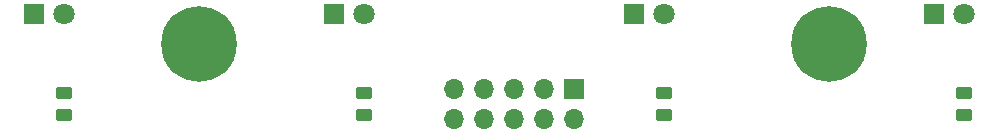
<source format=gbr>
%TF.GenerationSoftware,KiCad,Pcbnew,7.0.6*%
%TF.CreationDate,2023-11-23T12:57:34+01:00*%
%TF.ProjectId,ledpanel,6c656470-616e-4656-9c2e-6b696361645f,1*%
%TF.SameCoordinates,Original*%
%TF.FileFunction,Soldermask,Top*%
%TF.FilePolarity,Negative*%
%FSLAX46Y46*%
G04 Gerber Fmt 4.6, Leading zero omitted, Abs format (unit mm)*
G04 Created by KiCad (PCBNEW 7.0.6) date 2023-11-23 12:57:34*
%MOMM*%
%LPD*%
G01*
G04 APERTURE LIST*
G04 Aperture macros list*
%AMRoundRect*
0 Rectangle with rounded corners*
0 $1 Rounding radius*
0 $2 $3 $4 $5 $6 $7 $8 $9 X,Y pos of 4 corners*
0 Add a 4 corners polygon primitive as box body*
4,1,4,$2,$3,$4,$5,$6,$7,$8,$9,$2,$3,0*
0 Add four circle primitives for the rounded corners*
1,1,$1+$1,$2,$3*
1,1,$1+$1,$4,$5*
1,1,$1+$1,$6,$7*
1,1,$1+$1,$8,$9*
0 Add four rect primitives between the rounded corners*
20,1,$1+$1,$2,$3,$4,$5,0*
20,1,$1+$1,$4,$5,$6,$7,0*
20,1,$1+$1,$6,$7,$8,$9,0*
20,1,$1+$1,$8,$9,$2,$3,0*%
G04 Aperture macros list end*
%ADD10RoundRect,0.250000X0.450000X-0.262500X0.450000X0.262500X-0.450000X0.262500X-0.450000X-0.262500X0*%
%ADD11C,0.800000*%
%ADD12C,6.400000*%
%ADD13R,1.800000X1.800000*%
%ADD14C,1.800000*%
%ADD15R,1.700000X1.700000*%
%ADD16O,1.700000X1.700000*%
%ADD17RoundRect,0.250000X-0.450000X0.262500X-0.450000X-0.262500X0.450000X-0.262500X0.450000X0.262500X0*%
G04 APERTURE END LIST*
D10*
%TO.C,R5*%
X107950000Y-107592500D03*
X107950000Y-105767500D03*
%TD*%
D11*
%TO.C,REF\u002A\u002A*%
X116980000Y-101600000D03*
X117682944Y-99902944D03*
X117682944Y-103297056D03*
X119380000Y-99200000D03*
D12*
X119380000Y-101600000D03*
D11*
X119380000Y-104000000D03*
X121077056Y-99902944D03*
X121077056Y-103297056D03*
X121780000Y-101600000D03*
%TD*%
D10*
%TO.C,R3*%
X158750000Y-107592500D03*
X158750000Y-105767500D03*
%TD*%
D13*
%TO.C,D1*%
X105405000Y-99060000D03*
D14*
X107945000Y-99060000D03*
%TD*%
D15*
%TO.C,J20*%
X151100000Y-105390000D03*
D16*
X151100000Y-107930000D03*
X148560000Y-105390000D03*
X148560000Y-107930000D03*
X146020000Y-105390000D03*
X146020000Y-107930000D03*
X143480000Y-105390000D03*
X143480000Y-107930000D03*
X140940000Y-105390000D03*
X140940000Y-107930000D03*
%TD*%
D17*
%TO.C,R1*%
X184150000Y-105767500D03*
X184150000Y-107592500D03*
%TD*%
D13*
%TO.C,D3*%
X156205000Y-99060000D03*
D14*
X158745000Y-99060000D03*
%TD*%
D13*
%TO.C,D4*%
X181605000Y-99060000D03*
D14*
X184145000Y-99060000D03*
%TD*%
D11*
%TO.C,REF\u002A\u002A*%
X170320000Y-101600000D03*
X171022944Y-99902944D03*
X171022944Y-103297056D03*
X172720000Y-99200000D03*
D12*
X172720000Y-101600000D03*
D11*
X172720000Y-104000000D03*
X174417056Y-99902944D03*
X174417056Y-103297056D03*
X175120000Y-101600000D03*
%TD*%
D10*
%TO.C,R4*%
X133350000Y-107592500D03*
X133350000Y-105767500D03*
%TD*%
D13*
%TO.C,D2*%
X130805000Y-99060000D03*
D14*
X133345000Y-99060000D03*
%TD*%
M02*

</source>
